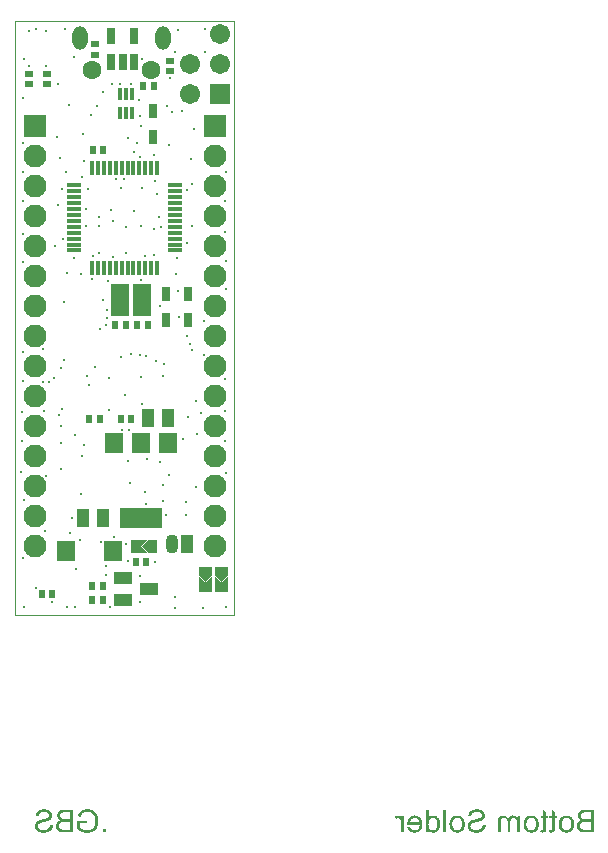
<source format=gbs>
G04*
G04 #@! TF.GenerationSoftware,Altium Limited,Altium Designer,18.1.9 (240)*
G04*
G04 Layer_Color=16711935*
%FSLAX43Y43*%
%MOMM*%
G71*
G01*
G75*
%ADD15C,0.100*%
%ADD17R,0.700X1.400*%
%ADD18R,0.800X0.610*%
%ADD19R,1.500X1.100*%
%ADD31R,0.640X1.160*%
%ADD35R,0.660X0.610*%
%ADD36R,0.610X0.800*%
%ADD37R,0.610X0.660*%
%ADD38R,1.703X1.703*%
%ADD39C,1.703*%
%ADD40R,1.100X1.600*%
%ADD41O,1.100X1.600*%
%ADD42O,1.300X2.000*%
%ADD43C,1.600*%
%ADD44C,1.950*%
%ADD45R,1.950X1.950*%
%ADD46C,0.300*%
%ADD76R,1.000X1.500*%
%ADD92R,3.600X1.750*%
%ADD93R,1.600X1.750*%
%ADD94R,1.300X0.400*%
%ADD95R,0.400X1.300*%
%ADD96R,0.400X1.090*%
%ADD97R,1.500X1.740*%
%ADD98R,1.600X2.800*%
G36*
X11975Y5292D02*
X11275D01*
X10725Y5842D01*
X11275Y6392D01*
X11975D01*
Y5292D01*
D02*
G37*
G36*
X10625Y5842D02*
X10625D01*
X11175Y5292D01*
X9825D01*
Y6392D01*
X11175D01*
X10625Y5842D01*
D02*
G37*
G36*
X18050Y3375D02*
X17500Y2825D01*
X16950Y3375D01*
Y4075D01*
X18050D01*
Y3375D01*
D02*
G37*
G36*
X16650D02*
X16100Y2825D01*
X15550Y3375D01*
Y4075D01*
X16650D01*
Y3375D01*
D02*
G37*
G36*
X18050Y1925D02*
X16950D01*
Y3275D01*
X17500Y2725D01*
Y2725D01*
X18050Y3275D01*
Y1925D01*
D02*
G37*
G36*
X16650D02*
X15550D01*
Y3275D01*
X16100Y2725D01*
Y2725D01*
X16650Y3275D01*
Y1925D01*
D02*
G37*
G36*
X6205Y-16437D02*
X6302Y-16451D01*
X6346Y-16459D01*
X6388Y-16470D01*
X6427Y-16478D01*
X6463Y-16489D01*
X6496Y-16501D01*
X6524Y-16512D01*
X6549Y-16523D01*
X6571Y-16531D01*
X6588Y-16539D01*
X6599Y-16545D01*
X6607Y-16548D01*
X6610Y-16550D01*
X6649Y-16575D01*
X6688Y-16600D01*
X6754Y-16659D01*
X6813Y-16717D01*
X6860Y-16778D01*
X6899Y-16831D01*
X6912Y-16853D01*
X6924Y-16875D01*
X6935Y-16892D01*
X6940Y-16903D01*
X6943Y-16911D01*
X6946Y-16914D01*
X6985Y-17006D01*
X7012Y-17097D01*
X7035Y-17186D01*
X7040Y-17228D01*
X7048Y-17267D01*
X7051Y-17303D01*
X7057Y-17333D01*
X7060Y-17364D01*
Y-17389D01*
X7062Y-17408D01*
Y-17422D01*
Y-17433D01*
Y-17436D01*
X7057Y-17539D01*
X7043Y-17636D01*
X7035Y-17680D01*
X7026Y-17722D01*
X7015Y-17764D01*
X7004Y-17800D01*
X6993Y-17833D01*
X6982Y-17861D01*
X6974Y-17889D01*
X6965Y-17908D01*
X6957Y-17927D01*
X6951Y-17939D01*
X6946Y-17947D01*
Y-17950D01*
X6896Y-18030D01*
X6840Y-18100D01*
X6782Y-18161D01*
X6726Y-18211D01*
X6674Y-18250D01*
X6654Y-18263D01*
X6635Y-18277D01*
X6618Y-18286D01*
X6607Y-18294D01*
X6599Y-18297D01*
X6596Y-18299D01*
X6552Y-18322D01*
X6507Y-18338D01*
X6418Y-18369D01*
X6332Y-18388D01*
X6252Y-18405D01*
X6216Y-18408D01*
X6182Y-18413D01*
X6152Y-18416D01*
X6127D01*
X6107Y-18419D01*
X6080D01*
X6002Y-18416D01*
X5927Y-18408D01*
X5857Y-18394D01*
X5796Y-18380D01*
X5771Y-18374D01*
X5746Y-18369D01*
X5724Y-18361D01*
X5705Y-18355D01*
X5691Y-18349D01*
X5680Y-18347D01*
X5674Y-18344D01*
X5671D01*
X5597Y-18313D01*
X5527Y-18277D01*
X5460Y-18238D01*
X5402Y-18202D01*
X5377Y-18186D01*
X5352Y-18169D01*
X5333Y-18155D01*
X5316Y-18144D01*
X5302Y-18133D01*
X5291Y-18125D01*
X5286Y-18122D01*
X5283Y-18119D01*
Y-17406D01*
X6099D01*
Y-17633D01*
X5533D01*
Y-17994D01*
X5566Y-18022D01*
X5605Y-18047D01*
X5647Y-18069D01*
X5685Y-18089D01*
X5719Y-18105D01*
X5749Y-18119D01*
X5760Y-18125D01*
X5766Y-18127D01*
X5771Y-18130D01*
X5774D01*
X5833Y-18150D01*
X5891Y-18166D01*
X5944Y-18177D01*
X5994Y-18183D01*
X6035Y-18188D01*
X6052D01*
X6068Y-18191D01*
X6096D01*
X6166Y-18188D01*
X6232Y-18177D01*
X6293Y-18163D01*
X6349Y-18150D01*
X6393Y-18133D01*
X6413Y-18127D01*
X6427Y-18122D01*
X6440Y-18116D01*
X6449Y-18111D01*
X6454Y-18108D01*
X6457D01*
X6515Y-18072D01*
X6568Y-18033D01*
X6613Y-17991D01*
X6649Y-17950D01*
X6679Y-17911D01*
X6699Y-17880D01*
X6707Y-17869D01*
X6710Y-17861D01*
X6715Y-17855D01*
Y-17853D01*
X6743Y-17783D01*
X6765Y-17711D01*
X6779Y-17639D01*
X6790Y-17569D01*
X6793Y-17539D01*
X6796Y-17511D01*
X6799Y-17483D01*
Y-17461D01*
X6801Y-17444D01*
Y-17431D01*
Y-17422D01*
Y-17419D01*
X6799Y-17342D01*
X6790Y-17272D01*
X6779Y-17206D01*
X6765Y-17147D01*
X6760Y-17122D01*
X6751Y-17100D01*
X6746Y-17081D01*
X6740Y-17064D01*
X6735Y-17050D01*
X6732Y-17042D01*
X6729Y-17036D01*
Y-17034D01*
X6710Y-16995D01*
X6690Y-16959D01*
X6671Y-16925D01*
X6651Y-16898D01*
X6635Y-16875D01*
X6621Y-16856D01*
X6610Y-16845D01*
X6607Y-16842D01*
X6577Y-16811D01*
X6543Y-16784D01*
X6507Y-16761D01*
X6474Y-16739D01*
X6446Y-16725D01*
X6424Y-16712D01*
X6407Y-16706D01*
X6402Y-16703D01*
X6352Y-16684D01*
X6302Y-16670D01*
X6249Y-16662D01*
X6202Y-16653D01*
X6160Y-16650D01*
X6143D01*
X6130Y-16648D01*
X6099D01*
X6046Y-16650D01*
X5996Y-16656D01*
X5952Y-16664D01*
X5913Y-16673D01*
X5880Y-16684D01*
X5855Y-16692D01*
X5841Y-16698D01*
X5835Y-16700D01*
X5794Y-16720D01*
X5758Y-16742D01*
X5724Y-16764D01*
X5699Y-16786D01*
X5680Y-16806D01*
X5663Y-16820D01*
X5655Y-16831D01*
X5652Y-16834D01*
X5627Y-16867D01*
X5608Y-16906D01*
X5588Y-16942D01*
X5572Y-16981D01*
X5560Y-17014D01*
X5552Y-17039D01*
X5549Y-17050D01*
X5547Y-17059D01*
X5544Y-17061D01*
Y-17064D01*
X5313Y-17003D01*
X5333Y-16934D01*
X5358Y-16873D01*
X5383Y-16817D01*
X5405Y-16773D01*
X5427Y-16736D01*
X5444Y-16712D01*
X5455Y-16695D01*
X5460Y-16689D01*
X5499Y-16645D01*
X5541Y-16609D01*
X5585Y-16575D01*
X5627Y-16548D01*
X5666Y-16528D01*
X5696Y-16512D01*
X5708Y-16506D01*
X5716Y-16503D01*
X5721Y-16501D01*
X5724D01*
X5788Y-16478D01*
X5855Y-16462D01*
X5916Y-16448D01*
X5974Y-16439D01*
X6027Y-16434D01*
X6049D01*
X6066Y-16431D01*
X6155D01*
X6205Y-16437D01*
D02*
G37*
G36*
X7706Y-18386D02*
X7437D01*
Y-18116D01*
X7706D01*
Y-18386D01*
D02*
G37*
G36*
X4919D02*
X4186D01*
X4120Y-18383D01*
X4061Y-18380D01*
X4009Y-18374D01*
X3964Y-18369D01*
X3928Y-18363D01*
X3900Y-18361D01*
X3884Y-18355D01*
X3878D01*
X3831Y-18341D01*
X3792Y-18327D01*
X3756Y-18311D01*
X3725Y-18294D01*
X3700Y-18283D01*
X3681Y-18272D01*
X3670Y-18263D01*
X3667Y-18261D01*
X3637Y-18236D01*
X3609Y-18205D01*
X3587Y-18175D01*
X3564Y-18147D01*
X3548Y-18119D01*
X3537Y-18100D01*
X3528Y-18086D01*
X3525Y-18080D01*
X3506Y-18036D01*
X3492Y-17991D01*
X3481Y-17950D01*
X3475Y-17911D01*
X3470Y-17878D01*
X3467Y-17850D01*
Y-17833D01*
Y-17830D01*
Y-17828D01*
X3470Y-17766D01*
X3481Y-17711D01*
X3498Y-17664D01*
X3514Y-17619D01*
X3531Y-17586D01*
X3548Y-17561D01*
X3559Y-17544D01*
X3562Y-17539D01*
X3600Y-17494D01*
X3642Y-17458D01*
X3689Y-17428D01*
X3731Y-17403D01*
X3770Y-17383D01*
X3803Y-17372D01*
X3814Y-17367D01*
X3823Y-17364D01*
X3828Y-17361D01*
X3831D01*
X3784Y-17333D01*
X3742Y-17306D01*
X3709Y-17275D01*
X3681Y-17247D01*
X3659Y-17225D01*
X3642Y-17203D01*
X3634Y-17192D01*
X3631Y-17186D01*
X3609Y-17145D01*
X3592Y-17106D01*
X3578Y-17067D01*
X3570Y-17031D01*
X3564Y-17000D01*
X3562Y-16975D01*
Y-16961D01*
Y-16956D01*
X3564Y-16909D01*
X3573Y-16861D01*
X3587Y-16820D01*
X3600Y-16781D01*
X3614Y-16748D01*
X3628Y-16725D01*
X3637Y-16709D01*
X3639Y-16703D01*
X3670Y-16662D01*
X3703Y-16623D01*
X3739Y-16592D01*
X3773Y-16567D01*
X3800Y-16548D01*
X3825Y-16534D01*
X3842Y-16525D01*
X3845Y-16523D01*
X3848D01*
X3900Y-16503D01*
X3959Y-16489D01*
X4017Y-16478D01*
X4072Y-16473D01*
X4122Y-16467D01*
X4145D01*
X4164Y-16464D01*
X4919D01*
Y-18386D01*
D02*
G37*
G36*
X2529Y-16434D02*
X2593Y-16442D01*
X2654Y-16453D01*
X2706Y-16464D01*
X2748Y-16476D01*
X2768Y-16481D01*
X2781Y-16487D01*
X2793Y-16492D01*
X2801Y-16495D01*
X2806Y-16498D01*
X2809D01*
X2865Y-16525D01*
X2915Y-16556D01*
X2956Y-16589D01*
X2990Y-16620D01*
X3015Y-16648D01*
X3034Y-16670D01*
X3048Y-16687D01*
X3051Y-16689D01*
Y-16692D01*
X3079Y-16739D01*
X3098Y-16786D01*
X3112Y-16834D01*
X3120Y-16875D01*
X3126Y-16911D01*
X3131Y-16939D01*
Y-16950D01*
Y-16959D01*
Y-16961D01*
Y-16964D01*
X3128Y-17011D01*
X3120Y-17056D01*
X3109Y-17097D01*
X3098Y-17133D01*
X3087Y-17161D01*
X3076Y-17183D01*
X3067Y-17197D01*
X3065Y-17203D01*
X3037Y-17242D01*
X3004Y-17278D01*
X2970Y-17308D01*
X2937Y-17333D01*
X2909Y-17356D01*
X2884Y-17369D01*
X2868Y-17381D01*
X2865Y-17383D01*
X2862D01*
X2840Y-17394D01*
X2815Y-17406D01*
X2759Y-17425D01*
X2695Y-17444D01*
X2634Y-17464D01*
X2579Y-17481D01*
X2554Y-17486D01*
X2532Y-17492D01*
X2515Y-17497D01*
X2501Y-17500D01*
X2493Y-17503D01*
X2490D01*
X2443Y-17514D01*
X2398Y-17525D01*
X2359Y-17536D01*
X2326Y-17544D01*
X2293Y-17553D01*
X2265Y-17561D01*
X2240Y-17567D01*
X2221Y-17575D01*
X2201Y-17580D01*
X2187Y-17583D01*
X2165Y-17592D01*
X2151Y-17594D01*
X2148Y-17597D01*
X2107Y-17614D01*
X2071Y-17633D01*
X2040Y-17653D01*
X2018Y-17669D01*
X1999Y-17686D01*
X1987Y-17697D01*
X1979Y-17705D01*
X1976Y-17708D01*
X1957Y-17733D01*
X1943Y-17761D01*
X1935Y-17789D01*
X1926Y-17811D01*
X1924Y-17833D01*
X1921Y-17850D01*
Y-17864D01*
Y-17866D01*
X1924Y-17900D01*
X1929Y-17930D01*
X1937Y-17958D01*
X1949Y-17980D01*
X1960Y-18002D01*
X1968Y-18016D01*
X1974Y-18027D01*
X1976Y-18030D01*
X1999Y-18058D01*
X2026Y-18080D01*
X2054Y-18100D01*
X2079Y-18119D01*
X2104Y-18130D01*
X2123Y-18141D01*
X2137Y-18147D01*
X2143Y-18150D01*
X2185Y-18163D01*
X2229Y-18175D01*
X2273Y-18180D01*
X2312Y-18186D01*
X2346Y-18188D01*
X2373Y-18191D01*
X2398D01*
X2459Y-18188D01*
X2515Y-18183D01*
X2565Y-18175D01*
X2609Y-18163D01*
X2645Y-18152D01*
X2673Y-18144D01*
X2681Y-18141D01*
X2690Y-18138D01*
X2693Y-18136D01*
X2695D01*
X2740Y-18114D01*
X2781Y-18089D01*
X2812Y-18064D01*
X2840Y-18039D01*
X2862Y-18019D01*
X2876Y-18000D01*
X2884Y-17989D01*
X2887Y-17986D01*
X2906Y-17950D01*
X2926Y-17911D01*
X2937Y-17869D01*
X2948Y-17833D01*
X2956Y-17797D01*
X2962Y-17772D01*
Y-17761D01*
X2965Y-17753D01*
Y-17750D01*
Y-17747D01*
X3203Y-17769D01*
X3198Y-17839D01*
X3187Y-17905D01*
X3170Y-17964D01*
X3151Y-18016D01*
X3131Y-18058D01*
X3123Y-18075D01*
X3117Y-18089D01*
X3109Y-18100D01*
X3106Y-18108D01*
X3101Y-18114D01*
Y-18116D01*
X3059Y-18169D01*
X3015Y-18216D01*
X2967Y-18255D01*
X2923Y-18288D01*
X2884Y-18313D01*
X2851Y-18330D01*
X2840Y-18336D01*
X2831Y-18341D01*
X2826Y-18344D01*
X2823D01*
X2754Y-18369D01*
X2681Y-18388D01*
X2609Y-18399D01*
X2540Y-18411D01*
X2507Y-18413D01*
X2479Y-18416D01*
X2454D01*
X2432Y-18419D01*
X2387D01*
X2312Y-18416D01*
X2243Y-18408D01*
X2179Y-18394D01*
X2126Y-18380D01*
X2082Y-18369D01*
X2062Y-18361D01*
X2046Y-18355D01*
X2035Y-18349D01*
X2026Y-18347D01*
X2021Y-18344D01*
X2018D01*
X1960Y-18313D01*
X1910Y-18280D01*
X1865Y-18244D01*
X1829Y-18211D01*
X1801Y-18183D01*
X1782Y-18158D01*
X1768Y-18141D01*
X1765Y-18138D01*
Y-18136D01*
X1735Y-18083D01*
X1713Y-18033D01*
X1699Y-17986D01*
X1688Y-17941D01*
X1682Y-17903D01*
X1676Y-17872D01*
Y-17861D01*
Y-17853D01*
Y-17850D01*
Y-17847D01*
X1679Y-17791D01*
X1688Y-17739D01*
X1701Y-17692D01*
X1715Y-17653D01*
X1732Y-17619D01*
X1743Y-17594D01*
X1754Y-17580D01*
X1757Y-17575D01*
X1790Y-17533D01*
X1829Y-17494D01*
X1871Y-17461D01*
X1912Y-17431D01*
X1949Y-17408D01*
X1979Y-17392D01*
X1990Y-17386D01*
X1999Y-17381D01*
X2004Y-17378D01*
X2007D01*
X2029Y-17367D01*
X2057Y-17358D01*
X2087Y-17347D01*
X2121Y-17336D01*
X2190Y-17317D01*
X2262Y-17297D01*
X2296Y-17289D01*
X2326Y-17281D01*
X2357Y-17272D01*
X2382Y-17267D01*
X2401Y-17261D01*
X2418Y-17258D01*
X2429Y-17256D01*
X2432D01*
X2487Y-17242D01*
X2537Y-17231D01*
X2582Y-17217D01*
X2620Y-17206D01*
X2657Y-17192D01*
X2687Y-17181D01*
X2715Y-17170D01*
X2740Y-17161D01*
X2759Y-17150D01*
X2776Y-17142D01*
X2787Y-17136D01*
X2798Y-17128D01*
X2812Y-17120D01*
X2815Y-17117D01*
X2840Y-17089D01*
X2856Y-17061D01*
X2870Y-17034D01*
X2879Y-17006D01*
X2884Y-16984D01*
X2887Y-16964D01*
Y-16953D01*
Y-16947D01*
X2881Y-16903D01*
X2870Y-16864D01*
X2854Y-16831D01*
X2834Y-16800D01*
X2818Y-16778D01*
X2801Y-16759D01*
X2790Y-16748D01*
X2784Y-16745D01*
X2762Y-16731D01*
X2740Y-16717D01*
X2687Y-16695D01*
X2632Y-16681D01*
X2576Y-16670D01*
X2526Y-16664D01*
X2504Y-16662D01*
X2487Y-16659D01*
X2448D01*
X2371Y-16662D01*
X2301Y-16673D01*
X2246Y-16689D01*
X2198Y-16706D01*
X2162Y-16723D01*
X2135Y-16739D01*
X2121Y-16750D01*
X2115Y-16753D01*
X2076Y-16792D01*
X2046Y-16834D01*
X2021Y-16878D01*
X2004Y-16923D01*
X1993Y-16964D01*
X1985Y-16995D01*
X1982Y-17009D01*
X1979Y-17017D01*
Y-17022D01*
Y-17025D01*
X1735Y-17006D01*
X1740Y-16945D01*
X1754Y-16889D01*
X1768Y-16836D01*
X1788Y-16792D01*
X1804Y-16756D01*
X1818Y-16728D01*
X1824Y-16720D01*
X1829Y-16712D01*
X1832Y-16709D01*
Y-16706D01*
X1868Y-16659D01*
X1907Y-16617D01*
X1949Y-16581D01*
X1990Y-16553D01*
X2026Y-16528D01*
X2054Y-16514D01*
X2065Y-16509D01*
X2073Y-16503D01*
X2079Y-16501D01*
X2082D01*
X2143Y-16478D01*
X2210Y-16462D01*
X2271Y-16448D01*
X2329Y-16439D01*
X2382Y-16434D01*
X2401D01*
X2421Y-16431D01*
X2457D01*
X2529Y-16434D01*
D02*
G37*
G36*
X42188Y-16964D02*
X42235Y-16972D01*
X42277Y-16981D01*
X42313Y-16992D01*
X42344Y-17006D01*
X42366Y-17014D01*
X42380Y-17022D01*
X42385Y-17025D01*
X42424Y-17050D01*
X42457Y-17078D01*
X42488Y-17106D01*
X42513Y-17133D01*
X42532Y-17156D01*
X42549Y-17175D01*
X42557Y-17186D01*
X42560Y-17192D01*
Y-16992D01*
X42771D01*
Y-18386D01*
X42535D01*
Y-17664D01*
X42532Y-17597D01*
X42530Y-17539D01*
X42524Y-17489D01*
X42516Y-17447D01*
X42507Y-17417D01*
X42502Y-17394D01*
X42499Y-17381D01*
X42496Y-17375D01*
X42480Y-17339D01*
X42460Y-17308D01*
X42441Y-17281D01*
X42421Y-17258D01*
X42402Y-17242D01*
X42388Y-17231D01*
X42377Y-17222D01*
X42374Y-17220D01*
X42341Y-17203D01*
X42310Y-17189D01*
X42277Y-17181D01*
X42249Y-17172D01*
X42227Y-17170D01*
X42208Y-17167D01*
X42191D01*
X42144Y-17170D01*
X42105Y-17178D01*
X42072Y-17192D01*
X42047Y-17206D01*
X42027Y-17222D01*
X42013Y-17233D01*
X42005Y-17245D01*
X42002Y-17247D01*
X41983Y-17281D01*
X41969Y-17317D01*
X41958Y-17356D01*
X41952Y-17394D01*
X41947Y-17428D01*
X41944Y-17458D01*
Y-17469D01*
Y-17475D01*
Y-17481D01*
Y-17483D01*
Y-18386D01*
X41708Y-18386D01*
Y-17578D01*
X41702Y-17503D01*
X41691Y-17439D01*
X41677Y-17386D01*
X41658Y-17342D01*
X41641Y-17308D01*
X41625Y-17286D01*
X41613Y-17272D01*
X41611Y-17267D01*
X41572Y-17233D01*
X41530Y-17208D01*
X41489Y-17192D01*
X41450Y-17178D01*
X41416Y-17172D01*
X41389Y-17170D01*
X41378Y-17167D01*
X41364D01*
X41333Y-17170D01*
X41308Y-17172D01*
X41283Y-17178D01*
X41264Y-17186D01*
X41244Y-17195D01*
X41233Y-17200D01*
X41225Y-17203D01*
X41222Y-17206D01*
X41200Y-17222D01*
X41183Y-17239D01*
X41169Y-17256D01*
X41158Y-17272D01*
X41150Y-17286D01*
X41144Y-17297D01*
X41139Y-17306D01*
Y-17308D01*
X41130Y-17333D01*
X41125Y-17367D01*
X41122Y-17400D01*
X41119Y-17433D01*
X41117Y-17464D01*
Y-17489D01*
Y-17506D01*
Y-17508D01*
Y-17511D01*
Y-18386D01*
X40881D01*
Y-17431D01*
Y-17386D01*
X40886Y-17347D01*
X40892Y-17308D01*
X40897Y-17275D01*
X40906Y-17242D01*
X40917Y-17214D01*
X40925Y-17189D01*
X40936Y-17164D01*
X40947Y-17145D01*
X40956Y-17125D01*
X40975Y-17100D01*
X40986Y-17084D01*
X40992Y-17078D01*
X41036Y-17039D01*
X41089Y-17011D01*
X41142Y-16989D01*
X41192Y-16975D01*
X41239Y-16967D01*
X41258Y-16964D01*
X41278D01*
X41291Y-16961D01*
X41311D01*
X41361Y-16964D01*
X41405Y-16972D01*
X41450Y-16984D01*
X41491Y-17000D01*
X41530Y-17020D01*
X41566Y-17039D01*
X41597Y-17061D01*
X41627Y-17084D01*
X41655Y-17109D01*
X41677Y-17131D01*
X41697Y-17150D01*
X41713Y-17170D01*
X41727Y-17186D01*
X41736Y-17197D01*
X41741Y-17206D01*
X41744Y-17208D01*
X41761Y-17167D01*
X41783Y-17131D01*
X41808Y-17100D01*
X41830Y-17075D01*
X41852Y-17053D01*
X41869Y-17039D01*
X41880Y-17031D01*
X41886Y-17028D01*
X41924Y-17006D01*
X41966Y-16989D01*
X42008Y-16978D01*
X42049Y-16970D01*
X42083Y-16964D01*
X42113Y-16961D01*
X42138D01*
X42188Y-16964D01*
D02*
G37*
G36*
X45717Y-16648D02*
Y-16992D01*
X45892D01*
Y-17175D01*
X45717D01*
Y-17980D01*
Y-18019D01*
Y-18052D01*
X45714Y-18083D01*
X45711Y-18114D01*
Y-18138D01*
X45708Y-18161D01*
X45703Y-18197D01*
X45697Y-18225D01*
X45695Y-18244D01*
X45689Y-18255D01*
Y-18258D01*
X45678Y-18283D01*
X45661Y-18302D01*
X45645Y-18322D01*
X45631Y-18336D01*
X45614Y-18349D01*
X45603Y-18358D01*
X45595Y-18363D01*
X45592Y-18366D01*
X45561Y-18380D01*
X45531Y-18388D01*
X45497Y-18397D01*
X45464Y-18399D01*
X45436Y-18402D01*
X45414Y-18405D01*
X45392D01*
X45331Y-18402D01*
X45300Y-18399D01*
X45273Y-18394D01*
X45248Y-18391D01*
X45228Y-18388D01*
X45217Y-18386D01*
X45211D01*
X45242Y-18177D01*
X45264Y-18180D01*
X45286Y-18183D01*
X45306D01*
X45320Y-18186D01*
X45348D01*
X45384Y-18183D01*
X45409Y-18177D01*
X45422Y-18172D01*
X45428Y-18169D01*
X45447Y-18155D01*
X45459Y-18141D01*
X45467Y-18130D01*
X45470Y-18125D01*
X45472Y-18111D01*
X45475Y-18091D01*
X45478Y-18047D01*
X45481Y-18027D01*
Y-18011D01*
Y-18000D01*
Y-17994D01*
Y-17175D01*
X45242D01*
Y-16992D01*
X45481D01*
Y-16506D01*
X45717Y-16648D01*
D02*
G37*
G36*
X44970D02*
Y-16992D01*
X45145D01*
Y-17175D01*
X44970D01*
Y-17980D01*
Y-18019D01*
Y-18052D01*
X44967Y-18083D01*
X44964Y-18114D01*
Y-18138D01*
X44962Y-18161D01*
X44956Y-18197D01*
X44951Y-18225D01*
X44948Y-18244D01*
X44942Y-18255D01*
Y-18258D01*
X44931Y-18283D01*
X44914Y-18302D01*
X44898Y-18322D01*
X44884Y-18336D01*
X44867Y-18349D01*
X44856Y-18358D01*
X44848Y-18363D01*
X44845Y-18366D01*
X44814Y-18380D01*
X44784Y-18388D01*
X44751Y-18397D01*
X44717Y-18399D01*
X44690Y-18402D01*
X44667Y-18405D01*
X44645D01*
X44584Y-18402D01*
X44554Y-18399D01*
X44526Y-18394D01*
X44501Y-18391D01*
X44481Y-18388D01*
X44470Y-18386D01*
X44465D01*
X44495Y-18177D01*
X44517Y-18180D01*
X44540Y-18183D01*
X44559D01*
X44573Y-18186D01*
X44601D01*
X44637Y-18183D01*
X44662Y-18177D01*
X44676Y-18172D01*
X44681Y-18169D01*
X44701Y-18155D01*
X44712Y-18141D01*
X44720Y-18130D01*
X44723Y-18125D01*
X44726Y-18111D01*
X44728Y-18091D01*
X44731Y-18047D01*
X44734Y-18027D01*
Y-18011D01*
Y-18000D01*
Y-17994D01*
Y-17175D01*
X44495D01*
Y-16992D01*
X44734D01*
Y-16506D01*
X44970Y-16648D01*
D02*
G37*
G36*
X33893Y-16964D02*
X33943Y-16970D01*
X33990Y-16978D01*
X34034Y-16992D01*
X34076Y-17006D01*
X34115Y-17022D01*
X34151Y-17039D01*
X34182Y-17059D01*
X34212Y-17075D01*
X34237Y-17095D01*
X34259Y-17111D01*
X34276Y-17125D01*
X34290Y-17139D01*
X34301Y-17147D01*
X34306Y-17153D01*
X34309Y-17156D01*
X34340Y-17195D01*
X34368Y-17236D01*
X34393Y-17278D01*
X34415Y-17322D01*
X34431Y-17369D01*
X34445Y-17414D01*
X34468Y-17503D01*
X34476Y-17542D01*
X34481Y-17580D01*
X34484Y-17614D01*
X34487Y-17644D01*
X34490Y-17669D01*
Y-17686D01*
Y-17700D01*
Y-17703D01*
X34487Y-17764D01*
X34481Y-17822D01*
X34473Y-17878D01*
X34462Y-17927D01*
X34448Y-17975D01*
X34434Y-18019D01*
X34418Y-18058D01*
X34401Y-18094D01*
X34384Y-18125D01*
X34368Y-18152D01*
X34354Y-18175D01*
X34340Y-18194D01*
X34329Y-18211D01*
X34320Y-18222D01*
X34315Y-18227D01*
X34312Y-18230D01*
X34276Y-18263D01*
X34240Y-18291D01*
X34201Y-18316D01*
X34159Y-18338D01*
X34120Y-18355D01*
X34079Y-18372D01*
X34001Y-18394D01*
X33965Y-18399D01*
X33932Y-18405D01*
X33901Y-18411D01*
X33876Y-18413D01*
X33857Y-18416D01*
X33826D01*
X33740Y-18411D01*
X33662Y-18397D01*
X33593Y-18380D01*
X33565Y-18369D01*
X33537Y-18358D01*
X33512Y-18347D01*
X33490Y-18336D01*
X33474Y-18327D01*
X33457Y-18319D01*
X33446Y-18311D01*
X33438Y-18305D01*
X33432Y-18300D01*
X33429D01*
X33374Y-18250D01*
X33329Y-18197D01*
X33290Y-18141D01*
X33263Y-18089D01*
X33240Y-18041D01*
X33232Y-18019D01*
X33224Y-18002D01*
X33218Y-17986D01*
X33215Y-17975D01*
X33213Y-17969D01*
Y-17966D01*
X33457Y-17936D01*
X33479Y-17989D01*
X33504Y-18033D01*
X33529Y-18072D01*
X33551Y-18102D01*
X33571Y-18125D01*
X33587Y-18141D01*
X33601Y-18152D01*
X33604Y-18155D01*
X33640Y-18177D01*
X33676Y-18194D01*
X33715Y-18205D01*
X33748Y-18213D01*
X33779Y-18219D01*
X33804Y-18222D01*
X33826D01*
X33860Y-18219D01*
X33890Y-18216D01*
X33946Y-18202D01*
X33996Y-18183D01*
X34040Y-18161D01*
X34073Y-18141D01*
X34098Y-18122D01*
X34115Y-18108D01*
X34118Y-18102D01*
X34120D01*
X34159Y-18052D01*
X34190Y-17997D01*
X34212Y-17936D01*
X34229Y-17880D01*
X34237Y-17830D01*
X34243Y-17808D01*
X34245Y-17789D01*
Y-17772D01*
X34248Y-17761D01*
Y-17753D01*
Y-17750D01*
X33207D01*
X33204Y-17722D01*
Y-17703D01*
Y-17692D01*
Y-17689D01*
X33207Y-17625D01*
X33213Y-17567D01*
X33221Y-17511D01*
X33232Y-17458D01*
X33246Y-17411D01*
X33260Y-17367D01*
X33277Y-17328D01*
X33293Y-17292D01*
X33310Y-17258D01*
X33326Y-17231D01*
X33340Y-17208D01*
X33354Y-17189D01*
X33365Y-17172D01*
X33374Y-17161D01*
X33379Y-17156D01*
X33382Y-17153D01*
X33415Y-17120D01*
X33451Y-17089D01*
X33490Y-17064D01*
X33529Y-17042D01*
X33568Y-17022D01*
X33604Y-17009D01*
X33643Y-16995D01*
X33676Y-16986D01*
X33712Y-16978D01*
X33743Y-16972D01*
X33771Y-16967D01*
X33793Y-16964D01*
X33812Y-16961D01*
X33840D01*
X33893Y-16964D01*
D02*
G37*
G36*
X49020Y-18386D02*
X48288D01*
X48221Y-18383D01*
X48163Y-18380D01*
X48110Y-18374D01*
X48065Y-18369D01*
X48029Y-18363D01*
X48002Y-18361D01*
X47985Y-18355D01*
X47979D01*
X47932Y-18341D01*
X47893Y-18327D01*
X47857Y-18311D01*
X47827Y-18294D01*
X47802Y-18283D01*
X47782Y-18272D01*
X47771Y-18263D01*
X47768Y-18261D01*
X47738Y-18236D01*
X47710Y-18205D01*
X47688Y-18175D01*
X47666Y-18147D01*
X47649Y-18119D01*
X47638Y-18100D01*
X47630Y-18086D01*
X47627Y-18080D01*
X47607Y-18036D01*
X47593Y-17991D01*
X47582Y-17950D01*
X47577Y-17911D01*
X47571Y-17878D01*
X47568Y-17850D01*
Y-17833D01*
Y-17830D01*
Y-17828D01*
X47571Y-17766D01*
X47582Y-17711D01*
X47599Y-17664D01*
X47616Y-17619D01*
X47632Y-17586D01*
X47649Y-17561D01*
X47660Y-17544D01*
X47663Y-17539D01*
X47702Y-17494D01*
X47743Y-17458D01*
X47791Y-17428D01*
X47832Y-17403D01*
X47871Y-17383D01*
X47904Y-17372D01*
X47916Y-17367D01*
X47924Y-17364D01*
X47929Y-17361D01*
X47932D01*
X47885Y-17333D01*
X47843Y-17306D01*
X47810Y-17275D01*
X47782Y-17247D01*
X47760Y-17225D01*
X47743Y-17203D01*
X47735Y-17192D01*
X47732Y-17186D01*
X47710Y-17145D01*
X47693Y-17106D01*
X47680Y-17067D01*
X47671Y-17031D01*
X47666Y-17000D01*
X47663Y-16975D01*
Y-16961D01*
Y-16956D01*
X47666Y-16909D01*
X47674Y-16861D01*
X47688Y-16820D01*
X47702Y-16781D01*
X47716Y-16748D01*
X47730Y-16725D01*
X47738Y-16709D01*
X47741Y-16703D01*
X47771Y-16662D01*
X47804Y-16623D01*
X47841Y-16592D01*
X47874Y-16567D01*
X47902Y-16548D01*
X47927Y-16534D01*
X47943Y-16525D01*
X47946Y-16523D01*
X47949D01*
X48002Y-16503D01*
X48060Y-16489D01*
X48118Y-16478D01*
X48174Y-16473D01*
X48224Y-16467D01*
X48246D01*
X48265Y-16464D01*
X49020D01*
Y-18386D01*
D02*
G37*
G36*
X36505Y-18386D02*
X36269D01*
Y-16464D01*
X36505D01*
Y-18386D01*
D02*
G37*
G36*
X32435Y-16964D02*
X32463Y-16970D01*
X32491Y-16978D01*
X32513Y-16986D01*
X32530Y-16995D01*
X32546Y-17003D01*
X32555Y-17009D01*
X32557Y-17011D01*
X32582Y-17034D01*
X32607Y-17061D01*
X32632Y-17095D01*
X32655Y-17125D01*
X32677Y-17156D01*
X32691Y-17181D01*
X32702Y-17200D01*
X32705Y-17203D01*
Y-16992D01*
X32918D01*
Y-18386D01*
X32682D01*
Y-17658D01*
X32680Y-17603D01*
X32677Y-17553D01*
X32671Y-17506D01*
X32663Y-17464D01*
X32655Y-17431D01*
X32649Y-17406D01*
X32646Y-17389D01*
X32644Y-17383D01*
X32632Y-17353D01*
X32619Y-17328D01*
X32605Y-17306D01*
X32591Y-17286D01*
X32577Y-17272D01*
X32569Y-17261D01*
X32560Y-17256D01*
X32557Y-17253D01*
X32535Y-17236D01*
X32510Y-17225D01*
X32485Y-17217D01*
X32466Y-17211D01*
X32446Y-17208D01*
X32433Y-17206D01*
X32419D01*
X32388Y-17208D01*
X32358Y-17214D01*
X32327Y-17222D01*
X32302Y-17231D01*
X32280Y-17239D01*
X32263Y-17247D01*
X32252Y-17253D01*
X32249Y-17256D01*
X32163Y-17039D01*
X32210Y-17014D01*
X32255Y-16995D01*
X32294Y-16981D01*
X32330Y-16970D01*
X32360Y-16964D01*
X32385Y-16961D01*
X32405D01*
X32435Y-16964D01*
D02*
G37*
G36*
X46733Y-16964D02*
X46777Y-16967D01*
X46863Y-16986D01*
X46938Y-17011D01*
X46972Y-17025D01*
X47002Y-17039D01*
X47030Y-17053D01*
X47052Y-17067D01*
X47074Y-17081D01*
X47091Y-17092D01*
X47105Y-17103D01*
X47116Y-17111D01*
X47122Y-17114D01*
X47124Y-17117D01*
X47163Y-17153D01*
X47194Y-17195D01*
X47224Y-17239D01*
X47246Y-17283D01*
X47269Y-17331D01*
X47285Y-17381D01*
X47299Y-17428D01*
X47310Y-17472D01*
X47321Y-17517D01*
X47327Y-17555D01*
X47333Y-17594D01*
X47335Y-17625D01*
Y-17653D01*
X47338Y-17672D01*
Y-17683D01*
Y-17689D01*
X47335Y-17753D01*
X47330Y-17814D01*
X47321Y-17869D01*
X47310Y-17922D01*
X47296Y-17969D01*
X47283Y-18014D01*
X47266Y-18055D01*
X47249Y-18091D01*
X47233Y-18125D01*
X47216Y-18152D01*
X47202Y-18175D01*
X47188Y-18194D01*
X47177Y-18211D01*
X47169Y-18222D01*
X47163Y-18227D01*
X47160Y-18230D01*
X47124Y-18263D01*
X47088Y-18291D01*
X47049Y-18316D01*
X47010Y-18338D01*
X46972Y-18355D01*
X46930Y-18372D01*
X46855Y-18394D01*
X46822Y-18399D01*
X46788Y-18405D01*
X46761Y-18411D01*
X46736Y-18413D01*
X46713Y-18416D01*
X46686D01*
X46619Y-18413D01*
X46558Y-18402D01*
X46500Y-18388D01*
X46452Y-18374D01*
X46411Y-18358D01*
X46394Y-18352D01*
X46380Y-18347D01*
X46366Y-18341D01*
X46358Y-18336D01*
X46355Y-18333D01*
X46353D01*
X46297Y-18297D01*
X46250Y-18258D01*
X46208Y-18219D01*
X46175Y-18180D01*
X46150Y-18147D01*
X46130Y-18119D01*
X46125Y-18108D01*
X46119Y-18100D01*
X46117Y-18097D01*
Y-18094D01*
X46089Y-18030D01*
X46069Y-17961D01*
X46053Y-17891D01*
X46044Y-17822D01*
X46039Y-17791D01*
Y-17764D01*
X46036Y-17736D01*
X46033Y-17714D01*
Y-17694D01*
Y-17680D01*
Y-17672D01*
Y-17669D01*
X46036Y-17608D01*
X46042Y-17553D01*
X46050Y-17500D01*
X46061Y-17450D01*
X46075Y-17403D01*
X46092Y-17361D01*
X46108Y-17319D01*
X46125Y-17286D01*
X46142Y-17256D01*
X46158Y-17228D01*
X46175Y-17203D01*
X46189Y-17183D01*
X46200Y-17170D01*
X46208Y-17158D01*
X46214Y-17153D01*
X46216Y-17150D01*
X46253Y-17117D01*
X46289Y-17089D01*
X46328Y-17061D01*
X46366Y-17042D01*
X46405Y-17022D01*
X46444Y-17009D01*
X46519Y-16984D01*
X46555Y-16978D01*
X46586Y-16972D01*
X46613Y-16967D01*
X46638Y-16964D01*
X46658Y-16961D01*
X46686D01*
X46733Y-16964D01*
D02*
G37*
G36*
X43746D02*
X43790Y-16967D01*
X43876Y-16986D01*
X43951Y-17011D01*
X43984Y-17025D01*
X44015Y-17039D01*
X44043Y-17053D01*
X44065Y-17067D01*
X44087Y-17081D01*
X44104Y-17092D01*
X44118Y-17103D01*
X44129Y-17111D01*
X44134Y-17114D01*
X44137Y-17117D01*
X44176Y-17153D01*
X44206Y-17195D01*
X44237Y-17239D01*
X44259Y-17283D01*
X44281Y-17331D01*
X44298Y-17381D01*
X44312Y-17428D01*
X44323Y-17472D01*
X44334Y-17517D01*
X44340Y-17555D01*
X44345Y-17594D01*
X44348Y-17625D01*
Y-17653D01*
X44351Y-17672D01*
Y-17683D01*
Y-17689D01*
X44348Y-17753D01*
X44343Y-17814D01*
X44334Y-17869D01*
X44323Y-17922D01*
X44309Y-17969D01*
X44295Y-18014D01*
X44279Y-18055D01*
X44262Y-18091D01*
X44245Y-18125D01*
X44229Y-18152D01*
X44215Y-18175D01*
X44201Y-18194D01*
X44190Y-18211D01*
X44181Y-18222D01*
X44176Y-18227D01*
X44173Y-18230D01*
X44137Y-18263D01*
X44101Y-18291D01*
X44062Y-18316D01*
X44023Y-18338D01*
X43984Y-18355D01*
X43943Y-18372D01*
X43868Y-18394D01*
X43834Y-18399D01*
X43801Y-18405D01*
X43773Y-18411D01*
X43748Y-18413D01*
X43726Y-18416D01*
X43698D01*
X43632Y-18413D01*
X43571Y-18402D01*
X43512Y-18388D01*
X43465Y-18374D01*
X43424Y-18358D01*
X43407Y-18352D01*
X43393Y-18347D01*
X43379Y-18341D01*
X43371Y-18336D01*
X43368Y-18333D01*
X43365D01*
X43310Y-18297D01*
X43263Y-18258D01*
X43221Y-18219D01*
X43188Y-18180D01*
X43163Y-18147D01*
X43143Y-18119D01*
X43138Y-18108D01*
X43132Y-18100D01*
X43129Y-18097D01*
Y-18094D01*
X43102Y-18030D01*
X43082Y-17961D01*
X43065Y-17891D01*
X43057Y-17822D01*
X43052Y-17791D01*
Y-17764D01*
X43049Y-17736D01*
X43046Y-17714D01*
Y-17694D01*
Y-17680D01*
Y-17672D01*
Y-17669D01*
X43049Y-17608D01*
X43054Y-17553D01*
X43063Y-17500D01*
X43074Y-17450D01*
X43088Y-17403D01*
X43104Y-17361D01*
X43121Y-17319D01*
X43138Y-17286D01*
X43154Y-17256D01*
X43171Y-17228D01*
X43188Y-17203D01*
X43201Y-17183D01*
X43213Y-17170D01*
X43221Y-17158D01*
X43226Y-17153D01*
X43229Y-17150D01*
X43265Y-17117D01*
X43301Y-17089D01*
X43340Y-17061D01*
X43379Y-17042D01*
X43418Y-17022D01*
X43457Y-17009D01*
X43532Y-16984D01*
X43568Y-16978D01*
X43598Y-16972D01*
X43626Y-16967D01*
X43651Y-16964D01*
X43671Y-16961D01*
X43698D01*
X43746Y-16964D01*
D02*
G37*
G36*
X37477Y-16964D02*
X37521Y-16967D01*
X37607Y-16986D01*
X37682Y-17011D01*
X37716Y-17025D01*
X37746Y-17039D01*
X37774Y-17053D01*
X37796Y-17067D01*
X37818Y-17081D01*
X37835Y-17092D01*
X37849Y-17103D01*
X37860Y-17111D01*
X37866Y-17114D01*
X37868Y-17117D01*
X37907Y-17153D01*
X37938Y-17195D01*
X37968Y-17239D01*
X37991Y-17283D01*
X38013Y-17331D01*
X38029Y-17381D01*
X38043Y-17428D01*
X38054Y-17472D01*
X38065Y-17517D01*
X38071Y-17555D01*
X38077Y-17594D01*
X38079Y-17625D01*
Y-17653D01*
X38082Y-17672D01*
Y-17683D01*
Y-17689D01*
X38079Y-17753D01*
X38074Y-17814D01*
X38065Y-17869D01*
X38054Y-17922D01*
X38041Y-17969D01*
X38027Y-18014D01*
X38010Y-18055D01*
X37993Y-18091D01*
X37977Y-18125D01*
X37960Y-18152D01*
X37946Y-18175D01*
X37932Y-18194D01*
X37921Y-18211D01*
X37913Y-18222D01*
X37907Y-18227D01*
X37904Y-18230D01*
X37868Y-18263D01*
X37832Y-18291D01*
X37793Y-18316D01*
X37755Y-18338D01*
X37716Y-18355D01*
X37674Y-18372D01*
X37599Y-18394D01*
X37566Y-18399D01*
X37532Y-18405D01*
X37505Y-18411D01*
X37480Y-18413D01*
X37458Y-18416D01*
X37430D01*
X37363Y-18413D01*
X37302Y-18402D01*
X37244Y-18388D01*
X37197Y-18374D01*
X37155Y-18358D01*
X37138Y-18352D01*
X37124Y-18347D01*
X37110Y-18341D01*
X37102Y-18336D01*
X37099Y-18333D01*
X37097D01*
X37041Y-18297D01*
X36994Y-18258D01*
X36952Y-18219D01*
X36919Y-18180D01*
X36894Y-18147D01*
X36874Y-18119D01*
X36869Y-18108D01*
X36863Y-18100D01*
X36861Y-18097D01*
Y-18094D01*
X36833Y-18030D01*
X36813Y-17961D01*
X36797Y-17891D01*
X36788Y-17822D01*
X36783Y-17791D01*
Y-17764D01*
X36780Y-17736D01*
X36777Y-17714D01*
Y-17694D01*
Y-17680D01*
Y-17672D01*
Y-17669D01*
X36780Y-17608D01*
X36786Y-17553D01*
X36794Y-17500D01*
X36805Y-17450D01*
X36819Y-17403D01*
X36836Y-17361D01*
X36852Y-17319D01*
X36869Y-17286D01*
X36886Y-17256D01*
X36902Y-17228D01*
X36919Y-17203D01*
X36933Y-17183D01*
X36944Y-17170D01*
X36952Y-17158D01*
X36958Y-17153D01*
X36961Y-17150D01*
X36997Y-17117D01*
X37033Y-17089D01*
X37072Y-17061D01*
X37110Y-17042D01*
X37149Y-17022D01*
X37188Y-17009D01*
X37263Y-16984D01*
X37299Y-16978D01*
X37330Y-16972D01*
X37358Y-16967D01*
X37383Y-16964D01*
X37402Y-16961D01*
X37430D01*
X37477Y-16964D01*
D02*
G37*
G36*
X35020Y-17153D02*
X35045Y-17122D01*
X35073Y-17097D01*
X35098Y-17072D01*
X35125Y-17053D01*
X35148Y-17039D01*
X35164Y-17025D01*
X35175Y-17020D01*
X35181Y-17017D01*
X35217Y-16997D01*
X35256Y-16984D01*
X35295Y-16975D01*
X35331Y-16967D01*
X35361Y-16964D01*
X35384Y-16961D01*
X35406D01*
X35467Y-16964D01*
X35525Y-16975D01*
X35578Y-16989D01*
X35622Y-17006D01*
X35661Y-17025D01*
X35689Y-17039D01*
X35700Y-17045D01*
X35708Y-17050D01*
X35711Y-17053D01*
X35714D01*
X35764Y-17089D01*
X35806Y-17133D01*
X35842Y-17175D01*
X35869Y-17217D01*
X35892Y-17256D01*
X35908Y-17286D01*
X35914Y-17297D01*
X35919Y-17306D01*
X35922Y-17311D01*
Y-17314D01*
X35944Y-17378D01*
X35961Y-17444D01*
X35975Y-17508D01*
X35983Y-17567D01*
X35989Y-17617D01*
Y-17639D01*
X35992Y-17655D01*
Y-17672D01*
Y-17683D01*
Y-17689D01*
Y-17692D01*
X35989Y-17769D01*
X35981Y-17841D01*
X35967Y-17905D01*
X35953Y-17961D01*
X35947Y-17986D01*
X35942Y-18005D01*
X35933Y-18025D01*
X35928Y-18041D01*
X35922Y-18052D01*
X35919Y-18061D01*
X35917Y-18066D01*
Y-18069D01*
X35886Y-18127D01*
X35850Y-18177D01*
X35814Y-18222D01*
X35778Y-18258D01*
X35747Y-18286D01*
X35722Y-18308D01*
X35706Y-18319D01*
X35703Y-18324D01*
X35700D01*
X35647Y-18355D01*
X35595Y-18377D01*
X35542Y-18394D01*
X35495Y-18405D01*
X35456Y-18411D01*
X35423Y-18413D01*
X35411Y-18416D01*
X35395D01*
X35348Y-18413D01*
X35303Y-18408D01*
X35262Y-18397D01*
X35225Y-18383D01*
X35189Y-18369D01*
X35156Y-18352D01*
X35128Y-18333D01*
X35103Y-18313D01*
X35078Y-18294D01*
X35059Y-18275D01*
X35042Y-18258D01*
X35028Y-18244D01*
X35017Y-18230D01*
X35009Y-18219D01*
X35006Y-18213D01*
X35003Y-18211D01*
Y-18386D01*
X34784D01*
Y-16464D01*
X35020D01*
Y-17153D01*
D02*
G37*
G36*
X39165Y-16434D02*
X39229Y-16442D01*
X39290Y-16453D01*
X39343Y-16464D01*
X39384Y-16476D01*
X39404Y-16481D01*
X39418Y-16487D01*
X39429Y-16492D01*
X39437Y-16495D01*
X39443Y-16498D01*
X39445D01*
X39501Y-16525D01*
X39551Y-16556D01*
X39592Y-16589D01*
X39626Y-16620D01*
X39651Y-16648D01*
X39670Y-16670D01*
X39684Y-16687D01*
X39687Y-16689D01*
Y-16692D01*
X39715Y-16739D01*
X39734Y-16786D01*
X39748Y-16834D01*
X39756Y-16875D01*
X39762Y-16911D01*
X39767Y-16939D01*
Y-16950D01*
Y-16959D01*
Y-16961D01*
Y-16964D01*
X39765Y-17011D01*
X39756Y-17056D01*
X39745Y-17097D01*
X39734Y-17133D01*
X39723Y-17161D01*
X39712Y-17183D01*
X39703Y-17197D01*
X39701Y-17203D01*
X39673Y-17242D01*
X39640Y-17278D01*
X39606Y-17308D01*
X39573Y-17333D01*
X39545Y-17356D01*
X39520Y-17369D01*
X39504Y-17381D01*
X39501Y-17383D01*
X39498D01*
X39476Y-17394D01*
X39451Y-17406D01*
X39395Y-17425D01*
X39331Y-17444D01*
X39270Y-17464D01*
X39215Y-17481D01*
X39190Y-17486D01*
X39168Y-17492D01*
X39151Y-17497D01*
X39137Y-17500D01*
X39129Y-17503D01*
X39126D01*
X39079Y-17514D01*
X39034Y-17525D01*
X38996Y-17536D01*
X38962Y-17544D01*
X38929Y-17553D01*
X38901Y-17561D01*
X38876Y-17567D01*
X38857Y-17575D01*
X38837Y-17580D01*
X38823Y-17583D01*
X38801Y-17592D01*
X38787Y-17594D01*
X38785Y-17597D01*
X38743Y-17614D01*
X38707Y-17633D01*
X38676Y-17653D01*
X38654Y-17669D01*
X38635Y-17686D01*
X38624Y-17697D01*
X38615Y-17705D01*
X38612Y-17708D01*
X38593Y-17733D01*
X38579Y-17761D01*
X38571Y-17789D01*
X38562Y-17811D01*
X38560Y-17833D01*
X38557Y-17850D01*
Y-17864D01*
Y-17866D01*
X38560Y-17900D01*
X38565Y-17930D01*
X38574Y-17958D01*
X38585Y-17980D01*
X38596Y-18002D01*
X38604Y-18016D01*
X38610Y-18027D01*
X38612Y-18030D01*
X38635Y-18058D01*
X38662Y-18080D01*
X38690Y-18100D01*
X38715Y-18119D01*
X38740Y-18130D01*
X38760Y-18141D01*
X38773Y-18147D01*
X38779Y-18150D01*
X38821Y-18163D01*
X38865Y-18175D01*
X38909Y-18180D01*
X38948Y-18186D01*
X38982Y-18188D01*
X39009Y-18191D01*
X39034D01*
X39095Y-18188D01*
X39151Y-18183D01*
X39201Y-18175D01*
X39245Y-18163D01*
X39281Y-18152D01*
X39309Y-18144D01*
X39318Y-18141D01*
X39326Y-18138D01*
X39329Y-18136D01*
X39331D01*
X39376Y-18114D01*
X39418Y-18089D01*
X39448Y-18064D01*
X39476Y-18039D01*
X39498Y-18019D01*
X39512Y-18000D01*
X39520Y-17989D01*
X39523Y-17986D01*
X39542Y-17950D01*
X39562Y-17911D01*
X39573Y-17869D01*
X39584Y-17833D01*
X39592Y-17797D01*
X39598Y-17772D01*
Y-17761D01*
X39601Y-17753D01*
Y-17750D01*
Y-17747D01*
X39840Y-17769D01*
X39834Y-17839D01*
X39823Y-17905D01*
X39806Y-17964D01*
X39787Y-18016D01*
X39767Y-18058D01*
X39759Y-18075D01*
X39753Y-18089D01*
X39745Y-18100D01*
X39742Y-18108D01*
X39737Y-18114D01*
Y-18116D01*
X39695Y-18169D01*
X39651Y-18216D01*
X39604Y-18255D01*
X39559Y-18288D01*
X39520Y-18313D01*
X39487Y-18330D01*
X39476Y-18336D01*
X39467Y-18341D01*
X39462Y-18344D01*
X39459D01*
X39390Y-18369D01*
X39318Y-18388D01*
X39245Y-18399D01*
X39176Y-18411D01*
X39143Y-18413D01*
X39115Y-18416D01*
X39090D01*
X39068Y-18419D01*
X39023D01*
X38948Y-18416D01*
X38879Y-18408D01*
X38815Y-18394D01*
X38762Y-18380D01*
X38718Y-18369D01*
X38698Y-18361D01*
X38682Y-18355D01*
X38671Y-18349D01*
X38662Y-18347D01*
X38657Y-18344D01*
X38654D01*
X38596Y-18313D01*
X38546Y-18280D01*
X38501Y-18244D01*
X38465Y-18211D01*
X38438Y-18183D01*
X38418Y-18158D01*
X38404Y-18141D01*
X38401Y-18138D01*
Y-18136D01*
X38371Y-18083D01*
X38349Y-18033D01*
X38335Y-17986D01*
X38324Y-17941D01*
X38318Y-17903D01*
X38313Y-17872D01*
Y-17861D01*
Y-17853D01*
Y-17850D01*
Y-17847D01*
X38315Y-17791D01*
X38324Y-17739D01*
X38338Y-17692D01*
X38351Y-17653D01*
X38368Y-17619D01*
X38379Y-17594D01*
X38390Y-17580D01*
X38393Y-17575D01*
X38426Y-17533D01*
X38465Y-17494D01*
X38507Y-17461D01*
X38549Y-17431D01*
X38585Y-17408D01*
X38615Y-17392D01*
X38626Y-17386D01*
X38635Y-17381D01*
X38640Y-17378D01*
X38643D01*
X38665Y-17367D01*
X38693Y-17358D01*
X38723Y-17347D01*
X38757Y-17336D01*
X38826Y-17317D01*
X38898Y-17297D01*
X38932Y-17289D01*
X38962Y-17281D01*
X38993Y-17272D01*
X39018Y-17267D01*
X39037Y-17261D01*
X39054Y-17258D01*
X39065Y-17256D01*
X39068D01*
X39123Y-17242D01*
X39173Y-17231D01*
X39218Y-17217D01*
X39256Y-17206D01*
X39293Y-17192D01*
X39323Y-17181D01*
X39351Y-17170D01*
X39376Y-17161D01*
X39395Y-17150D01*
X39412Y-17142D01*
X39423Y-17136D01*
X39434Y-17128D01*
X39448Y-17120D01*
X39451Y-17117D01*
X39476Y-17089D01*
X39492Y-17061D01*
X39506Y-17034D01*
X39515Y-17006D01*
X39520Y-16984D01*
X39523Y-16964D01*
Y-16953D01*
Y-16947D01*
X39517Y-16903D01*
X39506Y-16864D01*
X39490Y-16831D01*
X39470Y-16800D01*
X39454Y-16778D01*
X39437Y-16759D01*
X39426Y-16748D01*
X39420Y-16745D01*
X39398Y-16731D01*
X39376Y-16717D01*
X39323Y-16695D01*
X39268Y-16681D01*
X39212Y-16670D01*
X39162Y-16664D01*
X39140Y-16662D01*
X39123Y-16659D01*
X39084D01*
X39007Y-16662D01*
X38937Y-16673D01*
X38882Y-16689D01*
X38834Y-16706D01*
X38798Y-16723D01*
X38771Y-16739D01*
X38757Y-16750D01*
X38751Y-16753D01*
X38712Y-16792D01*
X38682Y-16834D01*
X38657Y-16878D01*
X38640Y-16923D01*
X38629Y-16964D01*
X38621Y-16995D01*
X38618Y-17009D01*
X38615Y-17017D01*
Y-17022D01*
Y-17025D01*
X38371Y-17006D01*
X38376Y-16945D01*
X38390Y-16889D01*
X38404Y-16836D01*
X38424Y-16792D01*
X38440Y-16756D01*
X38454Y-16728D01*
X38460Y-16720D01*
X38465Y-16712D01*
X38468Y-16709D01*
Y-16706D01*
X38504Y-16659D01*
X38543Y-16617D01*
X38585Y-16581D01*
X38626Y-16553D01*
X38662Y-16528D01*
X38690Y-16514D01*
X38701Y-16509D01*
X38710Y-16503D01*
X38715Y-16501D01*
X38718D01*
X38779Y-16478D01*
X38846Y-16462D01*
X38907Y-16448D01*
X38965Y-16439D01*
X39018Y-16434D01*
X39037D01*
X39057Y-16431D01*
X39093D01*
X39165Y-16434D01*
D02*
G37*
%LPC*%
G36*
X4664Y-16692D02*
X4208D01*
X4147Y-16698D01*
X4100Y-16700D01*
X4058Y-16706D01*
X4028Y-16712D01*
X4009Y-16714D01*
X3995Y-16720D01*
X3992D01*
X3961Y-16731D01*
X3934Y-16748D01*
X3911Y-16764D01*
X3892Y-16781D01*
X3878Y-16795D01*
X3867Y-16809D01*
X3861Y-16817D01*
X3859Y-16820D01*
X3842Y-16848D01*
X3831Y-16875D01*
X3823Y-16903D01*
X3817Y-16931D01*
X3814Y-16953D01*
X3811Y-16970D01*
Y-16981D01*
Y-16986D01*
X3814Y-17022D01*
X3820Y-17056D01*
X3828Y-17084D01*
X3836Y-17106D01*
X3845Y-17125D01*
X3853Y-17142D01*
X3859Y-17150D01*
X3861Y-17153D01*
X3881Y-17175D01*
X3906Y-17197D01*
X3931Y-17214D01*
X3953Y-17225D01*
X3975Y-17236D01*
X3992Y-17245D01*
X4003Y-17247D01*
X4009Y-17250D01*
X4039Y-17256D01*
X4078Y-17261D01*
X4117Y-17264D01*
X4156Y-17267D01*
X4192Y-17270D01*
X4664D01*
Y-16692D01*
D02*
G37*
G36*
Y-17497D02*
X4158D01*
X4100Y-17503D01*
X4053Y-17508D01*
X4014Y-17514D01*
X3984Y-17519D01*
X3959Y-17525D01*
X3947Y-17528D01*
X3942Y-17530D01*
X3906Y-17544D01*
X3875Y-17561D01*
X3848Y-17580D01*
X3825Y-17600D01*
X3809Y-17617D01*
X3798Y-17630D01*
X3789Y-17642D01*
X3786Y-17644D01*
X3767Y-17675D01*
X3753Y-17705D01*
X3742Y-17736D01*
X3736Y-17764D01*
X3731Y-17789D01*
X3728Y-17811D01*
Y-17822D01*
Y-17828D01*
X3731Y-17861D01*
X3734Y-17894D01*
X3739Y-17922D01*
X3748Y-17944D01*
X3756Y-17964D01*
X3761Y-17980D01*
X3764Y-17989D01*
X3767Y-17991D01*
X3784Y-18016D01*
X3798Y-18039D01*
X3817Y-18055D01*
X3831Y-18072D01*
X3845Y-18083D01*
X3856Y-18091D01*
X3864Y-18097D01*
X3867Y-18100D01*
X3914Y-18122D01*
X3961Y-18138D01*
X3981Y-18144D01*
X3997Y-18147D01*
X4009Y-18150D01*
X4011D01*
X4034Y-18152D01*
X4058Y-18155D01*
X4117Y-18158D01*
X4664D01*
Y-17497D01*
D02*
G37*
G36*
X33854Y-17156D02*
X33837D01*
X33804Y-17158D01*
X33773Y-17161D01*
X33715Y-17178D01*
X33665Y-17200D01*
X33624Y-17225D01*
X33590Y-17250D01*
X33565Y-17272D01*
X33551Y-17289D01*
X33546Y-17292D01*
Y-17295D01*
X33521Y-17331D01*
X33499Y-17372D01*
X33485Y-17414D01*
X33471Y-17458D01*
X33463Y-17494D01*
X33457Y-17528D01*
Y-17539D01*
X33454Y-17547D01*
Y-17553D01*
Y-17555D01*
X34234D01*
X34226Y-17492D01*
X34209Y-17433D01*
X34190Y-17383D01*
X34168Y-17344D01*
X34148Y-17311D01*
X34129Y-17286D01*
X34118Y-17272D01*
X34112Y-17267D01*
X34068Y-17231D01*
X34023Y-17203D01*
X33976Y-17183D01*
X33932Y-17170D01*
X33896Y-17161D01*
X33865Y-17158D01*
X33854Y-17156D01*
D02*
G37*
G36*
X48765Y-16692D02*
X48310D01*
X48249Y-16698D01*
X48201Y-16700D01*
X48160Y-16706D01*
X48129Y-16712D01*
X48110Y-16714D01*
X48096Y-16720D01*
X48093D01*
X48063Y-16731D01*
X48035Y-16748D01*
X48013Y-16764D01*
X47993Y-16781D01*
X47979Y-16795D01*
X47968Y-16809D01*
X47963Y-16817D01*
X47960Y-16820D01*
X47943Y-16848D01*
X47932Y-16875D01*
X47924Y-16903D01*
X47918Y-16931D01*
X47916Y-16953D01*
X47913Y-16970D01*
Y-16981D01*
Y-16986D01*
X47916Y-17022D01*
X47921Y-17056D01*
X47929Y-17084D01*
X47938Y-17106D01*
X47946Y-17125D01*
X47954Y-17142D01*
X47960Y-17150D01*
X47963Y-17153D01*
X47982Y-17175D01*
X48007Y-17197D01*
X48032Y-17214D01*
X48054Y-17225D01*
X48077Y-17236D01*
X48093Y-17245D01*
X48104Y-17247D01*
X48110Y-17250D01*
X48140Y-17256D01*
X48179Y-17261D01*
X48218Y-17264D01*
X48257Y-17267D01*
X48293Y-17270D01*
X48765D01*
Y-16692D01*
D02*
G37*
G36*
Y-17497D02*
X48260D01*
X48201Y-17503D01*
X48154Y-17508D01*
X48115Y-17514D01*
X48085Y-17519D01*
X48060Y-17525D01*
X48049Y-17528D01*
X48043Y-17530D01*
X48007Y-17544D01*
X47977Y-17561D01*
X47949Y-17580D01*
X47927Y-17600D01*
X47910Y-17617D01*
X47899Y-17630D01*
X47891Y-17642D01*
X47888Y-17644D01*
X47868Y-17675D01*
X47854Y-17705D01*
X47843Y-17736D01*
X47838Y-17764D01*
X47832Y-17789D01*
X47829Y-17811D01*
Y-17822D01*
Y-17828D01*
X47832Y-17861D01*
X47835Y-17894D01*
X47841Y-17922D01*
X47849Y-17944D01*
X47857Y-17964D01*
X47863Y-17980D01*
X47866Y-17989D01*
X47868Y-17991D01*
X47885Y-18016D01*
X47899Y-18039D01*
X47918Y-18055D01*
X47932Y-18072D01*
X47946Y-18083D01*
X47957Y-18091D01*
X47965Y-18097D01*
X47968Y-18100D01*
X48015Y-18122D01*
X48063Y-18138D01*
X48082Y-18144D01*
X48099Y-18147D01*
X48110Y-18150D01*
X48113D01*
X48135Y-18152D01*
X48160Y-18155D01*
X48218Y-18158D01*
X48765D01*
Y-17497D01*
D02*
G37*
G36*
X46702Y-17156D02*
X46686D01*
X46652Y-17158D01*
X46622Y-17161D01*
X46566Y-17175D01*
X46516Y-17197D01*
X46475Y-17222D01*
X46441Y-17247D01*
X46416Y-17267D01*
X46400Y-17283D01*
X46394Y-17286D01*
Y-17289D01*
X46372Y-17314D01*
X46355Y-17344D01*
X46325Y-17406D01*
X46303Y-17472D01*
X46289Y-17533D01*
X46280Y-17592D01*
X46278Y-17617D01*
Y-17639D01*
X46275Y-17655D01*
Y-17669D01*
Y-17678D01*
Y-17680D01*
Y-17730D01*
X46280Y-17778D01*
X46286Y-17819D01*
X46294Y-17861D01*
X46303Y-17897D01*
X46314Y-17930D01*
X46322Y-17961D01*
X46333Y-17989D01*
X46344Y-18011D01*
X46355Y-18033D01*
X46366Y-18050D01*
X46375Y-18064D01*
X46383Y-18075D01*
X46389Y-18083D01*
X46391Y-18086D01*
X46394Y-18089D01*
X46416Y-18111D01*
X46441Y-18133D01*
X46489Y-18166D01*
X46539Y-18188D01*
X46583Y-18205D01*
X46625Y-18213D01*
X46655Y-18219D01*
X46669Y-18222D01*
X46686D01*
X46719Y-18219D01*
X46750Y-18216D01*
X46808Y-18202D01*
X46858Y-18180D01*
X46899Y-18155D01*
X46933Y-18133D01*
X46958Y-18111D01*
X46974Y-18097D01*
X46977Y-18091D01*
X46980D01*
X46999Y-18064D01*
X47019Y-18036D01*
X47047Y-17972D01*
X47069Y-17905D01*
X47083Y-17839D01*
X47091Y-17780D01*
X47094Y-17755D01*
Y-17733D01*
X47097Y-17714D01*
Y-17700D01*
Y-17692D01*
Y-17689D01*
X47094Y-17642D01*
X47091Y-17594D01*
X47085Y-17553D01*
X47077Y-17514D01*
X47069Y-17478D01*
X47060Y-17444D01*
X47049Y-17417D01*
X47038Y-17389D01*
X47027Y-17367D01*
X47016Y-17344D01*
X47008Y-17328D01*
X46999Y-17314D01*
X46991Y-17303D01*
X46985Y-17295D01*
X46980Y-17292D01*
Y-17289D01*
X46958Y-17267D01*
X46933Y-17245D01*
X46886Y-17211D01*
X46836Y-17189D01*
X46788Y-17172D01*
X46747Y-17161D01*
X46716Y-17158D01*
X46702Y-17156D01*
D02*
G37*
G36*
X43715D02*
X43698D01*
X43665Y-17158D01*
X43635Y-17161D01*
X43579Y-17175D01*
X43529Y-17197D01*
X43487Y-17222D01*
X43454Y-17247D01*
X43429Y-17267D01*
X43412Y-17283D01*
X43407Y-17286D01*
Y-17289D01*
X43385Y-17314D01*
X43368Y-17344D01*
X43338Y-17406D01*
X43315Y-17472D01*
X43301Y-17533D01*
X43293Y-17592D01*
X43290Y-17617D01*
Y-17639D01*
X43288Y-17655D01*
Y-17669D01*
Y-17678D01*
Y-17680D01*
Y-17730D01*
X43293Y-17778D01*
X43299Y-17819D01*
X43307Y-17861D01*
X43315Y-17897D01*
X43326Y-17930D01*
X43335Y-17961D01*
X43346Y-17989D01*
X43357Y-18011D01*
X43368Y-18033D01*
X43379Y-18050D01*
X43388Y-18064D01*
X43396Y-18075D01*
X43401Y-18083D01*
X43404Y-18086D01*
X43407Y-18089D01*
X43429Y-18111D01*
X43454Y-18133D01*
X43501Y-18166D01*
X43551Y-18188D01*
X43596Y-18205D01*
X43637Y-18213D01*
X43668Y-18219D01*
X43682Y-18222D01*
X43698D01*
X43732Y-18219D01*
X43762Y-18216D01*
X43821Y-18202D01*
X43871Y-18180D01*
X43912Y-18155D01*
X43946Y-18133D01*
X43971Y-18111D01*
X43987Y-18097D01*
X43990Y-18091D01*
X43993D01*
X44012Y-18064D01*
X44032Y-18036D01*
X44059Y-17972D01*
X44082Y-17905D01*
X44095Y-17839D01*
X44104Y-17780D01*
X44107Y-17755D01*
Y-17733D01*
X44109Y-17714D01*
Y-17700D01*
Y-17692D01*
Y-17689D01*
X44107Y-17642D01*
X44104Y-17594D01*
X44098Y-17553D01*
X44090Y-17514D01*
X44082Y-17478D01*
X44073Y-17444D01*
X44062Y-17417D01*
X44051Y-17389D01*
X44040Y-17367D01*
X44029Y-17344D01*
X44020Y-17328D01*
X44012Y-17314D01*
X44004Y-17303D01*
X43998Y-17295D01*
X43993Y-17292D01*
Y-17289D01*
X43971Y-17267D01*
X43946Y-17245D01*
X43898Y-17211D01*
X43848Y-17189D01*
X43801Y-17172D01*
X43760Y-17161D01*
X43729Y-17158D01*
X43715Y-17156D01*
D02*
G37*
G36*
X37446Y-17156D02*
X37430D01*
X37396Y-17158D01*
X37366Y-17161D01*
X37310Y-17175D01*
X37260Y-17197D01*
X37219Y-17222D01*
X37185Y-17247D01*
X37160Y-17267D01*
X37144Y-17283D01*
X37138Y-17286D01*
Y-17289D01*
X37116Y-17314D01*
X37099Y-17344D01*
X37069Y-17406D01*
X37047Y-17472D01*
X37033Y-17533D01*
X37024Y-17592D01*
X37022Y-17617D01*
Y-17639D01*
X37019Y-17655D01*
Y-17669D01*
Y-17678D01*
Y-17680D01*
Y-17730D01*
X37024Y-17778D01*
X37030Y-17819D01*
X37038Y-17861D01*
X37047Y-17897D01*
X37058Y-17930D01*
X37066Y-17961D01*
X37077Y-17989D01*
X37088Y-18011D01*
X37099Y-18033D01*
X37110Y-18050D01*
X37119Y-18064D01*
X37127Y-18075D01*
X37133Y-18083D01*
X37135Y-18086D01*
X37138Y-18089D01*
X37160Y-18111D01*
X37185Y-18133D01*
X37233Y-18166D01*
X37283Y-18188D01*
X37327Y-18205D01*
X37369Y-18213D01*
X37399Y-18219D01*
X37413Y-18222D01*
X37430D01*
X37463Y-18219D01*
X37494Y-18216D01*
X37552Y-18202D01*
X37602Y-18180D01*
X37644Y-18155D01*
X37677Y-18133D01*
X37702Y-18111D01*
X37718Y-18097D01*
X37721Y-18091D01*
X37724D01*
X37743Y-18064D01*
X37763Y-18036D01*
X37791Y-17972D01*
X37813Y-17905D01*
X37827Y-17839D01*
X37835Y-17780D01*
X37838Y-17755D01*
Y-17733D01*
X37841Y-17714D01*
Y-17700D01*
Y-17692D01*
Y-17689D01*
X37838Y-17642D01*
X37835Y-17594D01*
X37830Y-17553D01*
X37821Y-17514D01*
X37813Y-17478D01*
X37805Y-17444D01*
X37793Y-17417D01*
X37782Y-17389D01*
X37771Y-17367D01*
X37760Y-17344D01*
X37752Y-17328D01*
X37743Y-17314D01*
X37735Y-17303D01*
X37730Y-17295D01*
X37724Y-17292D01*
Y-17289D01*
X37702Y-17267D01*
X37677Y-17245D01*
X37630Y-17211D01*
X37580Y-17189D01*
X37532Y-17172D01*
X37491Y-17161D01*
X37460Y-17158D01*
X37446Y-17156D01*
D02*
G37*
G36*
X35395D02*
X35381D01*
X35350Y-17158D01*
X35323Y-17161D01*
X35270Y-17178D01*
X35223Y-17197D01*
X35184Y-17222D01*
X35153Y-17247D01*
X35128Y-17270D01*
X35114Y-17286D01*
X35109Y-17289D01*
Y-17292D01*
X35089Y-17319D01*
X35073Y-17347D01*
X35045Y-17414D01*
X35026Y-17483D01*
X35012Y-17550D01*
X35006Y-17583D01*
X35003Y-17614D01*
X35001Y-17642D01*
Y-17664D01*
X34998Y-17683D01*
Y-17697D01*
Y-17708D01*
Y-17711D01*
Y-17758D01*
X35003Y-17803D01*
X35009Y-17841D01*
X35014Y-17880D01*
X35023Y-17914D01*
X35034Y-17947D01*
X35042Y-17975D01*
X35053Y-18000D01*
X35064Y-18022D01*
X35073Y-18044D01*
X35084Y-18058D01*
X35092Y-18072D01*
X35098Y-18083D01*
X35103Y-18091D01*
X35109Y-18094D01*
Y-18097D01*
X35128Y-18119D01*
X35150Y-18138D01*
X35195Y-18169D01*
X35239Y-18191D01*
X35281Y-18205D01*
X35317Y-18216D01*
X35348Y-18219D01*
X35359Y-18222D01*
X35373D01*
X35400Y-18219D01*
X35428Y-18216D01*
X35478Y-18202D01*
X35525Y-18180D01*
X35564Y-18155D01*
X35595Y-18133D01*
X35620Y-18111D01*
X35634Y-18097D01*
X35636Y-18091D01*
X35639D01*
X35659Y-18064D01*
X35675Y-18036D01*
X35703Y-17972D01*
X35722Y-17905D01*
X35736Y-17841D01*
X35745Y-17783D01*
X35747Y-17758D01*
Y-17736D01*
X35750Y-17716D01*
Y-17703D01*
Y-17694D01*
Y-17692D01*
Y-17642D01*
X35745Y-17594D01*
X35739Y-17550D01*
X35733Y-17511D01*
X35725Y-17475D01*
X35717Y-17442D01*
X35708Y-17411D01*
X35697Y-17383D01*
X35686Y-17361D01*
X35678Y-17342D01*
X35670Y-17325D01*
X35661Y-17311D01*
X35653Y-17300D01*
X35650Y-17292D01*
X35645Y-17289D01*
Y-17286D01*
X35625Y-17264D01*
X35603Y-17242D01*
X35559Y-17211D01*
X35514Y-17186D01*
X35472Y-17172D01*
X35436Y-17161D01*
X35406Y-17158D01*
X35395Y-17156D01*
D02*
G37*
%LPD*%
D15*
X0Y0D02*
X18540D01*
Y50290D01*
X0D02*
X18540D01*
X0Y0D02*
Y50290D01*
D17*
X10050Y46800D02*
D03*
X9100D02*
D03*
X8150D02*
D03*
Y49000D02*
D03*
X10050D02*
D03*
D18*
X6800Y48350D02*
D03*
Y47450D02*
D03*
X2700Y44950D02*
D03*
Y45850D02*
D03*
X1200Y44950D02*
D03*
Y45850D02*
D03*
D19*
X9100Y1250D02*
D03*
Y3150D02*
D03*
X11300Y2200D02*
D03*
D31*
X11710Y40510D02*
D03*
Y42650D02*
D03*
X14600Y25030D02*
D03*
Y27170D02*
D03*
X12800Y25030D02*
D03*
Y27170D02*
D03*
D35*
X13100Y46950D02*
D03*
Y46050D02*
D03*
D36*
X7421Y2475D02*
D03*
X6521D02*
D03*
X7421Y1250D02*
D03*
X6521D02*
D03*
X3150Y1800D02*
D03*
X2250D02*
D03*
X6571Y39400D02*
D03*
X7471D02*
D03*
X11100Y4500D02*
D03*
X10200D02*
D03*
D37*
X11750Y44800D02*
D03*
X10850D02*
D03*
X9350Y24600D02*
D03*
X8450D02*
D03*
X10350D02*
D03*
X11250D02*
D03*
X9850Y16600D02*
D03*
X8950D02*
D03*
X7172D02*
D03*
X6272D02*
D03*
D38*
X17374Y44094D02*
D03*
D39*
X14834D02*
D03*
Y46634D02*
D03*
X17374D02*
D03*
Y49174D02*
D03*
D40*
X14525Y6050D02*
D03*
D41*
X13255D02*
D03*
D42*
X5517Y48842D02*
D03*
X12517D02*
D03*
D43*
X6517Y46142D02*
D03*
X11517D02*
D03*
D44*
X1651Y38862D02*
D03*
Y36322D02*
D03*
Y33782D02*
D03*
Y31242D02*
D03*
Y28702D02*
D03*
Y26162D02*
D03*
Y23622D02*
D03*
Y21082D02*
D03*
Y18542D02*
D03*
Y16002D02*
D03*
Y13462D02*
D03*
Y10922D02*
D03*
Y8382D02*
D03*
Y5842D02*
D03*
X16891Y38862D02*
D03*
Y36322D02*
D03*
Y33782D02*
D03*
Y31242D02*
D03*
Y28702D02*
D03*
Y26162D02*
D03*
Y23622D02*
D03*
Y21082D02*
D03*
Y18542D02*
D03*
Y16002D02*
D03*
Y13462D02*
D03*
Y10922D02*
D03*
Y8382D02*
D03*
Y5842D02*
D03*
D45*
X1651Y41402D02*
D03*
X16891D02*
D03*
D46*
X5570Y10230D02*
D03*
X6790Y21050D02*
D03*
X8520Y36928D02*
D03*
X8940Y36150D02*
D03*
X3260Y20040D02*
D03*
X2850Y19700D02*
D03*
X2330Y19760D02*
D03*
X3920Y20960D02*
D03*
X4150Y21580D02*
D03*
X6420Y42340D02*
D03*
X5770Y40700D02*
D03*
X11143Y13229D02*
D03*
X12300Y12950D02*
D03*
X14490Y9610D02*
D03*
X12540Y9700D02*
D03*
X11020Y10410D02*
D03*
X12500Y11030D02*
D03*
X9730Y11210D02*
D03*
X7980Y17400D02*
D03*
X7920Y20090D02*
D03*
X10680Y20160D02*
D03*
X9347Y18669D02*
D03*
X10760Y17910D02*
D03*
X9090Y15700D02*
D03*
X9636Y15680D02*
D03*
X13020Y11900D02*
D03*
X15320Y10890D02*
D03*
X14460Y8480D02*
D03*
X12770Y8500D02*
D03*
X11100Y9430D02*
D03*
X11880Y4480D02*
D03*
X7730Y3400D02*
D03*
X7717Y4130D02*
D03*
X7240Y6220D02*
D03*
X9560Y4570D02*
D03*
X9380Y6010D02*
D03*
X13500Y1570D02*
D03*
X3160Y1110D02*
D03*
X4844Y8204D02*
D03*
X5831Y14410D02*
D03*
X5097Y15287D02*
D03*
X8947Y21847D02*
D03*
X10547Y22024D02*
D03*
X11071Y21929D02*
D03*
X12588Y21242D02*
D03*
X12553Y20287D02*
D03*
X11890Y21520D02*
D03*
X4010Y17469D02*
D03*
X3720Y16930D02*
D03*
X6110Y20250D02*
D03*
X3420Y31260D02*
D03*
X2370Y22550D02*
D03*
X5010Y30280D02*
D03*
X6521Y28450D02*
D03*
X4080Y31850D02*
D03*
X6040Y34380D02*
D03*
X6180Y36050D02*
D03*
X3930Y36060D02*
D03*
X8330Y33400D02*
D03*
X5990Y32910D02*
D03*
X9410Y32830D02*
D03*
X10650Y32950D02*
D03*
X11800Y32700D02*
D03*
X14570Y31480D02*
D03*
X13670Y30230D02*
D03*
X11790Y30500D02*
D03*
X11010Y30440D02*
D03*
X9390Y30630D02*
D03*
X7100Y30680D02*
D03*
X10660Y28390D02*
D03*
X13820Y27450D02*
D03*
X13850Y25220D02*
D03*
X12260Y26180D02*
D03*
X7740Y25860D02*
D03*
X12340Y32860D02*
D03*
X11990Y35670D02*
D03*
X14570Y36030D02*
D03*
X15000Y36540D02*
D03*
X11840Y36750D02*
D03*
X11720Y38960D02*
D03*
X2650Y46480D02*
D03*
X1155Y49485D02*
D03*
X2650Y49470D02*
D03*
X14570Y23650D02*
D03*
X14850Y22990D02*
D03*
X14960Y22470D02*
D03*
X8390Y6580D02*
D03*
X7090Y32930D02*
D03*
X7410Y26720D02*
D03*
X4110Y26530D02*
D03*
X9820Y22090D02*
D03*
X14600Y16760D02*
D03*
X15720Y17150D02*
D03*
X15330Y18110D02*
D03*
X14230Y14950D02*
D03*
X15420Y15370D02*
D03*
X6230Y19470D02*
D03*
X10030Y39250D02*
D03*
X10550Y38830D02*
D03*
X10630Y41410D02*
D03*
X8880Y44990D02*
D03*
X9800D02*
D03*
X6960Y43130D02*
D03*
X7460Y44320D02*
D03*
X13110Y45440D02*
D03*
X8190Y44930D02*
D03*
X3630Y44940D02*
D03*
X7230Y24240D02*
D03*
X7790Y25150D02*
D03*
X7720Y24550D02*
D03*
X15020Y32950D02*
D03*
X15110Y41170D02*
D03*
X4270Y37500D02*
D03*
X14900Y38590D02*
D03*
X4369Y720D02*
D03*
X9580Y13050D02*
D03*
X14150Y42710D02*
D03*
X13280Y42610D02*
D03*
X4620Y6995D02*
D03*
X1730Y2320D02*
D03*
X13650Y28900D02*
D03*
X13004Y39800D02*
D03*
X10600Y3350D02*
D03*
X1200Y46500D02*
D03*
X9530Y40370D02*
D03*
X10490Y43630D02*
D03*
X7870Y28320D02*
D03*
X8300Y30350D02*
D03*
X10720Y47050D02*
D03*
X8000Y729D02*
D03*
X10570Y1090D02*
D03*
X760Y47070D02*
D03*
X1790Y49640D02*
D03*
X4230Y49630D02*
D03*
X4960Y47220D02*
D03*
X700Y43750D02*
D03*
X4530Y43180D02*
D03*
X3550Y40520D02*
D03*
X700Y40000D02*
D03*
Y37490D02*
D03*
Y35030D02*
D03*
X3670Y34710D02*
D03*
X5660Y37080D02*
D03*
X3840Y38690D02*
D03*
X5860Y38490D02*
D03*
X680Y29910D02*
D03*
X660Y32310D02*
D03*
X4360Y28960D02*
D03*
X5590Y28920D02*
D03*
X6580Y30410D02*
D03*
X7110Y33730D02*
D03*
X670Y22260D02*
D03*
X650Y19820D02*
D03*
X590Y17210D02*
D03*
X2420Y17320D02*
D03*
X610Y14760D02*
D03*
X3880Y16050D02*
D03*
Y14610D02*
D03*
X5650Y13510D02*
D03*
X530Y12080D02*
D03*
X2630Y11810D02*
D03*
X740Y9710D02*
D03*
X3920Y12390D02*
D03*
X2550Y7160D02*
D03*
X700Y4860D02*
D03*
X5130Y3920D02*
D03*
X5097Y729D02*
D03*
X730Y680D02*
D03*
X5517Y6340D02*
D03*
X13550Y620D02*
D03*
X15940Y610D02*
D03*
X17830Y650D02*
D03*
X17850Y12060D02*
D03*
X17770Y14780D02*
D03*
X17800Y17270D02*
D03*
X17740Y19970D02*
D03*
X15970Y22040D02*
D03*
X15980Y24870D02*
D03*
X17890Y27650D02*
D03*
X17790Y32400D02*
D03*
X17820Y30000D02*
D03*
X17800Y35090D02*
D03*
X17860Y37540D02*
D03*
X9190Y36930D02*
D03*
X8130Y34310D02*
D03*
X12200Y33670D02*
D03*
X10040Y34200D02*
D03*
X10760Y36130D02*
D03*
X10360Y40010D02*
D03*
X10550Y42300D02*
D03*
X12840Y43140D02*
D03*
X13810Y49560D02*
D03*
X16050Y49610D02*
D03*
X16110Y47670D02*
D03*
X13530Y47660D02*
D03*
D76*
X11250Y16700D02*
D03*
X12950D02*
D03*
X5750Y8204D02*
D03*
X7450D02*
D03*
D92*
X10643D02*
D03*
D93*
X12943Y14554D02*
D03*
X10643D02*
D03*
X8343D02*
D03*
D94*
X13521Y30880D02*
D03*
Y31380D02*
D03*
Y31880D02*
D03*
Y32380D02*
D03*
Y32880D02*
D03*
Y33380D02*
D03*
Y33880D02*
D03*
Y34380D02*
D03*
Y34880D02*
D03*
Y35380D02*
D03*
Y35880D02*
D03*
Y36380D02*
D03*
X5021D02*
D03*
Y35880D02*
D03*
Y35380D02*
D03*
Y34880D02*
D03*
Y34380D02*
D03*
Y33880D02*
D03*
Y33380D02*
D03*
Y32880D02*
D03*
Y32380D02*
D03*
Y31880D02*
D03*
Y31380D02*
D03*
Y30880D02*
D03*
D95*
X12021Y37880D02*
D03*
X11521D02*
D03*
X11021D02*
D03*
X10521D02*
D03*
X10021D02*
D03*
X9521D02*
D03*
X9021D02*
D03*
X8521D02*
D03*
X8021D02*
D03*
X7521D02*
D03*
X7021D02*
D03*
X6521D02*
D03*
Y29380D02*
D03*
X7021D02*
D03*
X7521D02*
D03*
X8021D02*
D03*
X8521D02*
D03*
X9021D02*
D03*
X9521D02*
D03*
X10021D02*
D03*
X10521D02*
D03*
X11021D02*
D03*
X11521D02*
D03*
X12021D02*
D03*
D96*
X8900Y44105D02*
D03*
X9900D02*
D03*
Y42495D02*
D03*
X9400D02*
D03*
X8900D02*
D03*
X9400Y44105D02*
D03*
D97*
X8315Y5400D02*
D03*
X4285D02*
D03*
D98*
X10750Y26700D02*
D03*
X8850D02*
D03*
M02*

</source>
